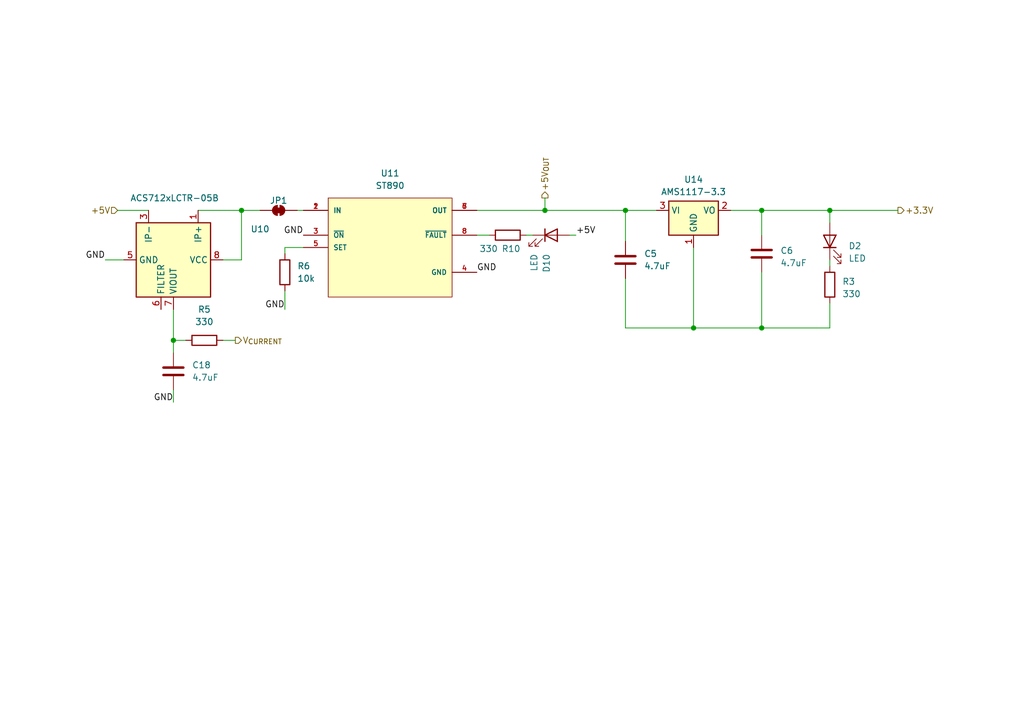
<source format=kicad_sch>
(kicad_sch (version 20250114) (generator "eeschema") (generator_version "9.0")
  (paper "A5")
  (title_block (date "2023-05-14") (rev "1"))
  (lib_symbols
    (symbol "CREPP_Transistors_PMOS_CMS:ST890" (pin_names (offset 1.016))
      (property "Reference" "U" (at -12.7 10.16 0))
      (property "Value" "ST890" (at -12.7 -12.7 0))
      (symbol "ST890_0_0"
        (rectangle (start -12.7 10.16) (end 12.7 -10.16) (stroke (width 0.1524)) (fill (type background)))
        (pin input line (at -17.78 7.62 0) (length 5.08) (name "IN") (number "1"))
        (pin input line (at -17.78 7.62 0) (length 5.08) (name "IN") (number "2"))
        (pin input line (at -17.78 2.54 0) (length 5.08) (name "~{ON}") (number "3"))
        (pin input line (at -17.78 0 0) (length 5.08) (name "SET") (number "5"))
        (pin output line (at 17.78 7.62 180) (length 5.08) (name "OUT") (number "6"))
        (pin output line (at 17.78 7.62 180) (length 5.08) (name "OUT") (number "7"))
        (pin output line (at 17.78 2.54 180) (length 5.08) (name "~{FAULT}") (number "8"))
        (pin power_in line (at 17.78 -5.08 180) (length 5.08) (name "GND") (number "4"))
      )
    )
    (symbol "Device:C" (pin_numbers (hide yes)) (pin_names (offset 0.254))
      (property "Reference" "C" (at 0.635 2.54 0))
      (property "Value" "C" (at 0.635 -2.54 0))
      (symbol "C_0_1"
        (polyline (pts (xy -2.032 0.762) (xy 2.032 0.762)) (stroke (width 0.508)))
        (polyline (pts (xy -2.032 -0.762) (xy 2.032 -0.762)) (stroke (width 0.508)))
      )
      (symbol "C_1_1"
        (pin passive line (at 0 3.81 270) (length 2.794) (name "~") (number "1"))
        (pin passive line (at 0 -3.81 90) (length 2.794) (name "~") (number "2"))
      )
    )
    (symbol "Device:LED" (pin_numbers (hide yes)) (pin_names (offset 1.016) (hide yes))
      (property "Reference" "D" (at 0 2.54 0))
      (property "Value" "LED" (at 0 -2.54 0))
      (symbol "LED_0_1"
        (polyline (pts (xy -3.048 -0.762) (xy -4.572 -2.286) (xy -3.81 -2.286) (xy -4.572 -2.286) (xy -4.572 -1.524)))
        (polyline (pts (xy -1.778 -0.762) (xy -3.302 -2.286) (xy -2.54 -2.286) (xy -3.302 -2.286) (xy -3.302 -1.524)))
        (polyline (pts (xy -1.27 0) (xy 1.27 0)))
        (polyline (pts (xy -1.27 -1.27) (xy -1.27 1.27)) (stroke (width 0.254)))
        (polyline (pts (xy 1.27 -1.27) (xy 1.27 1.27) (xy -1.27 0) (xy 1.27 -1.27)) (stroke (width 0.254)))
      )
      (symbol "LED_1_1"
        (pin passive line (at -3.81 0 0) (length 2.54) (name "K") (number "1"))
        (pin passive line (at 3.81 0 180) (length 2.54) (name "A") (number "2"))
      )
    )
    (symbol "Device:R" (pin_numbers (hide yes)) (pin_names (offset 0))
      (property "Reference" "R" (at 2.032 0 90))
      (property "Value" "R" (at 0 0 90))
      (symbol "R_0_1"
        (rectangle (start -1.016 -2.54) (end 1.016 2.54) (stroke (width 0.254)))
      )
      (symbol "R_1_1"
        (pin passive line (at 0 3.81 270) (length 1.27) (name "~") (number "1"))
        (pin passive line (at 0 -3.81 90) (length 1.27) (name "~") (number "2"))
      )
    )
    (symbol "Jumper:SolderJumper_2_Bridged" (pin_numbers (hide yes)) (pin_names (offset 0) (hide yes)) (in_bom no)
      (property "Reference" "JP" (at 0 2.032 0))
      (property "Value" "SolderJumper_2_Bridged" (at 0 -2.54 0))
      (symbol "SolderJumper_2_Bridged_0_1"
        (rectangle (start -0.508 0.508) (end 0.508 -0.508) (fill (type outline)))
        (polyline (pts (xy -0.254 1.016) (xy -0.254 -1.016)))
        (arc (start -0.254 -1.016) (mid -1.2656 0) (end -0.254 1.016))
        (arc (start -0.254 -1.016) (mid -1.2656 0) (end -0.254 1.016) (fill (type outline)))
        (arc (start 0.254 1.016) (mid 1.2656 0) (end 0.254 -1.016))
        (arc (start 0.254 1.016) (mid 1.2656 0) (end 0.254 -1.016) (fill (type outline)))
        (polyline (pts (xy 0.254 1.016) (xy 0.254 -1.016)))
      )
      (symbol "SolderJumper_2_Bridged_1_1"
        (pin passive line (at -3.81 0 0) (length 2.54) (name "A") (number "1"))
        (pin passive line (at 3.81 0 180) (length 2.54) (name "B") (number "2"))
      )
    )
    (symbol "Regulator_Linear:AMS1117-3.3"
      (property "Reference" "U" (at -3.81 3.175 0))
      (property "Value" "AMS1117-3.3" (at 0 3.175 0))
      (symbol "AMS1117-3.3_0_1"
        (rectangle (start -5.08 -5.08) (end 5.08 1.905) (stroke (width 0.254)) (fill (type background)))
      )
      (symbol "AMS1117-3.3_1_1"
        (pin power_in line (at -7.62 0 0) (length 2.54) (name "VI") (number "3"))
        (pin power_in line (at 0 -7.62 90) (length 2.54) (name "GND") (number "1"))
        (pin power_out line (at 7.62 0 180) (length 2.54) (name "VO") (number "2"))
      )
    )
    (symbol "Sensor_Current:ACS712xLCTR-05B"
      (property "Reference" "U" (at 2.54 11.43 0))
      (property "Value" "ACS712xLCTR-05B" (at 2.54 8.89 0))
      (symbol "ACS712xLCTR-05B_0_1"
        (rectangle (start -7.62 7.62) (end 7.62 -7.62) (stroke (width 0.254)) (fill (type background)))
      )
      (symbol "ACS712xLCTR-05B_1_1"
        (pin passive line (at -10.16 5.08 0) (length 2.54) (name "IP+") (number "1"))
        (pin passive line (at -10.16 5.08 0) (length 2.54) (hide yes) (name "IP+") (number "2"))
        (pin passive line (at -10.16 -5.08 0) (length 2.54) (name "IP-") (number "3"))
        (pin passive line (at -10.16 -5.08 0) (length 2.54) (hide yes) (name "IP-") (number "4"))
        (pin power_in line (at 0 10.16 270) (length 2.54) (name "VCC") (number "8"))
        (pin power_in line (at 0 -10.16 90) (length 2.54) (name "GND") (number "5"))
        (pin output line (at 10.16 0 180) (length 2.54) (name "VIOUT") (number "7"))
        (pin passive line (at 10.16 -2.54 180) (length 2.54) (name "FILTER") (number "6"))
      )
    )
  )
  (junction (at 170.18 43.18))
  (junction (at 142.24 67.31))
  (junction (at 49.53 43.18))
  (junction (at 35.56 69.85))
  (junction (at 128.27 43.18))
  (junction (at 111.76 43.18))
  (junction (at 156.21 43.18))
  (junction (at 156.21 67.31))
  (wire (pts (xy 97.79 48.26) (xy 100.33 48.26)))
  (wire (pts (xy 45.72 53.34) (xy 49.53 53.34)))
  (wire (pts (xy 35.56 63.5) (xy 35.56 69.85)))
  (wire (pts (xy 45.72 69.85) (xy 48.26 69.85)))
  (wire (pts (xy 128.27 57.15) (xy 128.27 67.31)))
  (wire (pts (xy 107.95 48.26) (xy 109.22 48.26)))
  (wire (pts (xy 111.76 40.64) (xy 111.76 43.18)))
  (wire (pts (xy 142.24 67.31) (xy 156.21 67.31)))
  (wire (pts (xy 35.56 69.85) (xy 35.56 72.39)))
  (wire (pts (xy 128.27 67.31) (xy 142.24 67.31)))
  (wire (pts (xy 111.76 43.18) (xy 128.27 43.18)))
  (wire (pts (xy 170.18 43.18) (xy 184.15 43.18)))
  (wire (pts (xy 58.42 59.69) (xy 58.42 63.5)))
  (wire (pts (xy 49.53 43.18) (xy 53.34 43.18)))
  (wire (pts (xy 40.64 43.18) (xy 49.53 43.18)))
  (wire (pts (xy 128.27 43.18) (xy 128.27 49.53)))
  (wire (pts (xy 58.42 52.07) (xy 58.42 50.8)))
  (wire (pts (xy 35.56 69.85) (xy 38.1 69.85)))
  (wire (pts (xy 149.86 43.18) (xy 156.21 43.18)))
  (wire (pts (xy 24.13 43.18) (xy 30.48 43.18)))
  (wire (pts (xy 60.96 43.18) (xy 62.23 43.18)))
  (wire (pts (xy 170.18 67.31) (xy 156.21 67.31)))
  (wire (pts (xy 21.59 53.34) (xy 25.4 53.34)))
  (wire (pts (xy 116.84 48.26) (xy 118.11 48.26)))
  (wire (pts (xy 58.42 50.8) (xy 62.23 50.8)))
  (wire (pts (xy 128.27 43.18) (xy 134.62 43.18)))
  (wire (pts (xy 49.53 43.18) (xy 49.53 53.34)))
  (wire (pts (xy 156.21 43.18) (xy 156.21 48.26)))
  (wire (pts (xy 142.24 50.8) (xy 142.24 67.31)))
  (wire (pts (xy 156.21 43.18) (xy 170.18 43.18)))
  (wire (pts (xy 170.18 67.31) (xy 170.18 62.23)))
  (wire (pts (xy 35.56 80.01) (xy 35.56 82.55)))
  (wire (pts (xy 156.21 55.88) (xy 156.21 67.31)))
  (wire (pts (xy 97.79 43.18) (xy 111.76 43.18)))
  (wire (pts (xy 170.18 45.72) (xy 170.18 43.18)))
  (wire (pts (xy 170.18 53.34) (xy 170.18 54.61)))
  (label "GND" (at 97.79 55.88 0))
  (label "GND" (at 58.42 63.5 180))
  (label "GND" (at 21.59 53.34 180))
  (label "+5V" (at 118.11 48.26 0))
  (label "GND" (at 35.56 82.55 180))
  (label "GND" (at 62.23 48.26 180))
  (hierarchical_label "+3.3V" (shape output) (at 184.15 43.18 0))
  (hierarchical_label "V_{CURRENT}" (shape output) (at 48.26 69.85 0))
  (hierarchical_label "+5V" (shape input) (at 24.13 43.18 180))
  (hierarchical_label "+5V_{OUT}" (shape output) (at 111.76 40.64 90))
  (symbol (lib_id "Device:R") (at 104.14 48.26 90) (unit 1)
    (property "Reference" "R10" (at 102.87 51.054 90) (effects (justify right)))
    (property "Value" "330" (at 98.298 51.054 90) (effects (justify right)))
    (property "Footprint" "Resistor_SMD:R_0805_2012Metric_Pad1.20x1.40mm_HandSolder" (effects (hide yes)))
  )
  (symbol (lib_id "Device:LED") (at 170.18 49.53 90) (unit 1)
    (property "Reference" "D2" (at 173.99 50.4825 90) (effects (justify right)))
    (property "Value" "LED" (at 173.99 53.0225 90) (effects (justify right)))
    (property "Footprint" "LED_SMD:LED_0603_1608Metric_Pad1.05x0.95mm_HandSolder" (effects (hide yes)))
  )
  (symbol (lib_id "Device:LED") (at 113.03 48.26 0) (unit 1)
    (property "Reference" "D10" (at 112.0775 52.07 90) (effects (justify right)))
    (property "Value" "LED" (at 109.5375 52.07 90) (effects (justify right)))
    (property "Footprint" "LED_SMD:LED_0603_1608Metric_Pad1.05x0.95mm_HandSolder" (effects (hide yes)))
  )
  (symbol (lib_id "Sensor_Current:ACS712xLCTR-05B") (at 35.56 53.34 270) (unit 1)
    (property "Reference" "U10" (at 53.34 47.0214 90))
    (property "Value" "ACS712xLCTR-05B" (at 35.814 40.64 90))
    (property "Footprint" "Package_SO:SOIC-8_3.9x4.9mm_P1.27mm" (effects (hide yes)))
    (property "Datasheet" "http://www.allegromicro.com/~/media/Files/Datasheets/ACS712-Datasheet.ashx?la=en" (effects (hide yes)))
    (property "Description" "±5A Bidirectional Hall-Effect Current Sensor, +5.0V supply, 185mV/A, SOIC-8" (effects (hide yes)))
  )
  (symbol (lib_id "Device:C") (at 35.56 76.2 0) (unit 1)
    (property "Reference" "C18" (at 39.37 74.93 0) (effects (justify left)))
    (property "Value" "4.7uF" (at 39.37 77.47 0) (effects (justify left)))
    (property "Footprint" "Capacitor_SMD:C_0603_1608Metric_Pad1.08x0.95mm_HandSolder" (effects (hide yes)))
  )
  (symbol (lib_id "Device:R") (at 170.18 58.42 180) (unit 1)
    (property "Reference" "R3" (at 172.72 57.785 0) (effects (justify right)))
    (property "Value" "330" (at 172.72 60.325 0) (effects (justify right)))
    (property "Footprint" "Resistor_SMD:R_0805_2012Metric_Pad1.20x1.40mm_HandSolder" (effects (hide yes)))
  )
  (symbol (lib_id "Device:C") (at 156.21 52.07 0) (unit 1)
    (property "Reference" "C6" (at 160.02 51.435 0) (effects (justify left)))
    (property "Value" "4.7uF" (at 160.02 53.975 0) (effects (justify left)))
    (property "Footprint" "Capacitor_SMD:C_0603_1608Metric_Pad1.08x0.95mm_HandSolder" (effects (hide yes)))
  )
  (symbol (lib_id "Device:C") (at 128.27 53.34 0) (unit 1)
    (property "Reference" "C5" (at 132.08 52.07 0) (effects (justify left)))
    (property "Value" "4.7uF" (at 132.08 54.61 0) (effects (justify left)))
    (property "Footprint" "Capacitor_SMD:C_0603_1608Metric_Pad1.08x0.95mm_HandSolder" (effects (hide yes)))
  )
  (symbol (lib_id "Device:R") (at 41.91 69.85 90) (unit 1)
    (property "Reference" "R5" (at 41.91 63.5 90))
    (property "Value" "330" (at 41.91 66.04 90))
    (property "Footprint" "Resistor_SMD:R_0805_2012Metric_Pad1.20x1.40mm_HandSolder" (effects (hide yes)))
  )
  (symbol (lib_id "Regulator_Linear:AMS1117-3.3") (at 142.24 43.18 0) (unit 1)
    (property "Reference" "U14" (at 142.24 36.83 0))
    (property "Value" "AMS1117-3.3" (at 142.24 39.37 0))
    (property "Footprint" "Package_TO_SOT_SMD:SOT-223-3_TabPin2" (effects (hide yes)))
    (property "Datasheet" "http://www.advanced-monolithic.com/pdf/ds1117.pdf" (effects (hide yes)))
    (property "Description" "1A Low Dropout regulator, positive, 3.3V fixed output, SOT-223" (effects (hide yes)))
  )
  (symbol (lib_id "Device:R") (at 58.42 55.88 180) (unit 1)
    (property "Reference" "R6" (at 60.96 54.6099 0) (effects (justify right)))
    (property "Value" "10k" (at 60.96 57.1499 0) (effects (justify right)))
    (property "Footprint" "Resistor_SMD:R_0805_2012Metric_Pad1.20x1.40mm_HandSolder" (effects (hide yes)))
  )
  (symbol (lib_id "CREPP_Transistors_PMOS_CMS:ST890") (at 80.01 50.8 0) (unit 1)
    (property "Reference" "U11" (at 80.01 35.56 0))
    (property "Value" "ST890" (at 80.01 38.1 0))
    (property "Footprint" "CREPP_PMOS_CMS:ST890" (effects (hide yes)))
    (property "E2_MAX" "0.0" (effects (hide yes)))
    (property "SNAPEDA_PACKAGE_ID" "25988" (effects (hide yes)))
    (property "B_NOM" "0.38" (effects (hide yes)))
    (property "D_MAX" "5.0" (effects (hide yes)))
    (property "E1_NOM" "3.9" (effects (hide yes)))
    (property "E1_MIN" "3.8" (effects (hide yes)))
    (property "B_MAX" "0.48" (effects (hide yes)))
    (property "Description_1" "\n                        \n                            Power Switch/Driver 1:1 P-Channel 1.2A 8-SOIC\n                        \n" (effects (hide yes)))
    (property "Price" "None" (effects (hide yes)))
    (property "D2_MAX" "0.0" (effects (hide yes)))
    (property "ENOM" "1.27" (effects (hide yes)))
    (property "D_NOM" "4.9" (effects (hide yes)))
    (property "L_MAX" "1.27" (effects (hide yes)))
    (property "A_MAX" "1.75" (effects (hide yes)))
    (property "Package" "SOIC-8 STMicroelectronics" (effects (hide yes)))
    (property "A_NOM" "1.75" (effects (hide yes)))
    (property "Check_prices" "https://www.snapeda.com/parts/ST890CDR/STMicroelectronics/view-part/?ref=eda" (effects (hide yes)))
    (property "A_MIN" "1.75" (effects (hide yes)))
    (property "STANDARD" "IPC 7351B" (effects (hide yes)))
    (property "PARTREV" "10" (effects (hide yes)))
    (property "SnapEDA_Link" "https://www.snapeda.com/parts/ST890CDR/STMicroelectronics/view-part/?ref=snap" (effects (hide yes)))
    (property "E_NOM" "6.0" (effects (hide yes)))
    (property "B_MIN" "0.28" (effects (hide yes)))
    (property "PIN_COUNT" "8.0" (effects (hide yes)))
    (property "L_NOM" "0.835" (effects (hide yes)))
    (property "MANUFACTURER" "STMicroelectronics" (effects (hide yes)))
    (property "MF" "STMicroelectronics" (effects (hide yes)))
    (property "MAXIMUM_PACKAGE_HEIGHT" "1.75mm" (effects (hide yes)))
    (property "A1_MIN" "0.25" (effects (hide yes)))
    (property "E1_MAX" "4.0" (effects (hide yes)))
    (property "E_MIN" "5.8" (effects (hide yes)))
    (property "D_MIN" "4.8" (effects (hide yes)))
    (property "MP" "ST890CDR" (effects (hide yes)))
    (property "L_MIN" "0.4" (effects (hide yes)))
    (property "Availability" "In Stock" (effects (hide yes)))
    (property "E_MAX" "6.2" (effects (hide yes)))
  )
  (symbol (lib_id "Jumper:SolderJumper_2_Bridged") (at 57.15 43.18 0) (unit 1) (in_bom no)
    (property "Reference" "JP1" (at 57.15 41.148 0))
    (property "Value" "SolderJumper_2_Bridged" (effects (hide yes)))
    (property "Footprint" "Jumper:SolderJumper-2_P1.3mm_Bridged_Pad1.0x1.5mm" (effects (hide yes)))
    (property "Description" "Solder Jumper, 2-pole, closed/bridged" (effects (hide yes)))
  )
)
</source>
